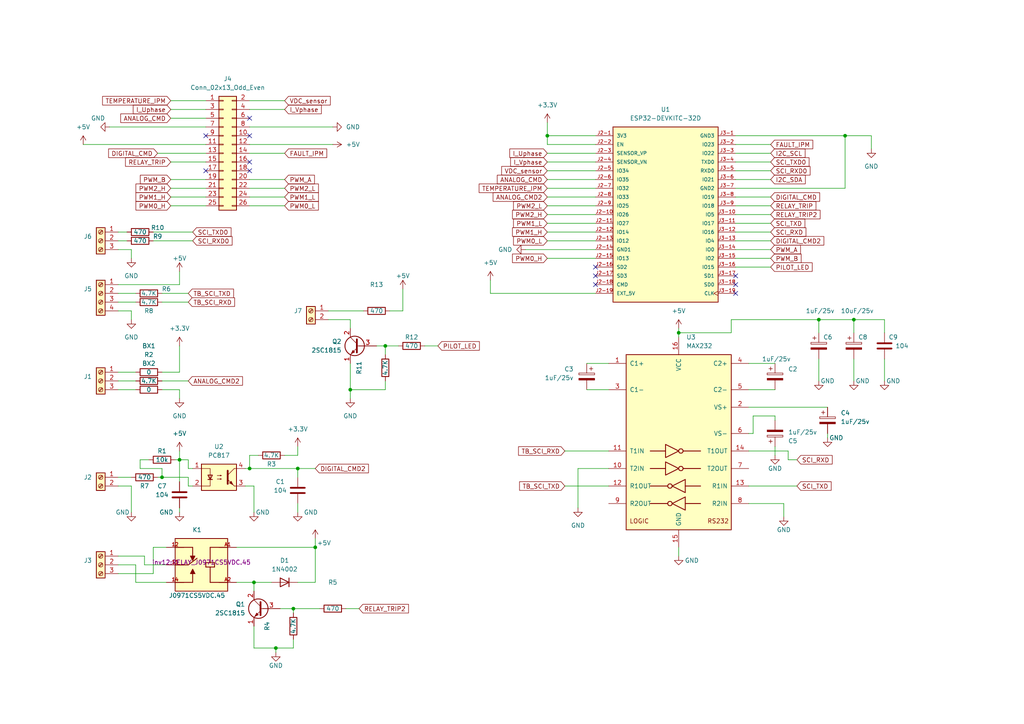
<source format=kicad_sch>
(kicad_sch (version 20230121) (generator eeschema)
  (paper "A4")
  (lib_symbols
    (symbol "Connector:Screw_Terminal_01x02" (pin_names (offset 1.016) hide)
      (property "Reference" "J" (at 0 2.54 0))
      (property "Value" "Screw_Terminal_01x02" (at 0 -5.08 0))
      (symbol "Screw_Terminal_01x02_1_1"
        (pin passive line (at -5.08 0 0) (length 3.81) (name "Pin_1") (number "1"))
        (pin passive line (at -5.08 -2.54 0) (length 3.81) (name "Pin_2") (number "2"))
      )
    )
    (symbol "Connector:Screw_Terminal_01x03" (pin_names (offset 1.016) hide)
      (property "Reference" "J" (at 0 5.08 0))
      (property "Value" "Screw_Terminal_01x03" (at 0 -5.08 0))
      (symbol "Screw_Terminal_01x03_1_1"
        (pin passive line (at -5.08 2.54 0) (length 3.81) (name "Pin_1") (number "1"))
        (pin passive line (at -5.08 0 0) (length 3.81) (name "Pin_2") (number "2"))
        (pin passive line (at -5.08 -2.54 0) (length 3.81) (name "Pin_3") (number "3"))
      )
    )
    (symbol "Connector:Screw_Terminal_01x04" (pin_names (offset 1.016) hide)
      (property "Reference" "J" (at 0 5.08 0))
      (property "Value" "Screw_Terminal_01x04" (at 0 -7.62 0))
      (symbol "Screw_Terminal_01x04_1_1"
        (pin passive line (at -5.08 2.54 0) (length 3.81) (name "Pin_1") (number "1"))
        (pin passive line (at -5.08 0 0) (length 3.81) (name "Pin_2") (number "2"))
        (pin passive line (at -5.08 -2.54 0) (length 3.81) (name "Pin_3") (number "3"))
        (pin passive line (at -5.08 -5.08 0) (length 3.81) (name "Pin_4") (number "4"))
      )
    )
    (symbol "Connector_Generic:Conn_02x13_Odd_Even" (pin_names (offset 1.016) hide)
      (property "Reference" "J" (at 1.27 17.78 0))
      (property "Value" "Conn_02x13_Odd_Even" (at 1.27 -17.78 0))
      (symbol "Conn_02x13_Odd_Even_1_1"
        (pin passive line (at -5.08 15.24 0) (length 3.81) (name "Pin_1") (number "1"))
        (pin passive line (at 7.62 5.08 180) (length 3.81) (name "Pin_10") (number "10"))
        (pin passive line (at -5.08 2.54 0) (length 3.81) (name "Pin_11") (number "11"))
        (pin passive line (at 7.62 2.54 180) (length 3.81) (name "Pin_12") (number "12"))
        (pin passive line (at -5.08 0 0) (length 3.81) (name "Pin_13") (number "13"))
        (pin passive line (at 7.62 0 180) (length 3.81) (name "Pin_14") (number "14"))
        (pin passive line (at -5.08 -2.54 0) (length 3.81) (name "Pin_15") (number "15"))
        (pin passive line (at 7.62 -2.54 180) (length 3.81) (name "Pin_16") (number "16"))
        (pin passive line (at -5.08 -5.08 0) (length 3.81) (name "Pin_17") (number "17"))
        (pin passive line (at 7.62 -5.08 180) (length 3.81) (name "Pin_18") (number "18"))
        (pin passive line (at -5.08 -7.62 0) (length 3.81) (name "Pin_19") (number "19"))
        (pin passive line (at 7.62 15.24 180) (length 3.81) (name "Pin_2") (number "2"))
        (pin passive line (at 7.62 -7.62 180) (length 3.81) (name "Pin_20") (number "20"))
        (pin passive line (at -5.08 -10.16 0) (length 3.81) (name "Pin_21") (number "21"))
        (pin passive line (at 7.62 -10.16 180) (length 3.81) (name "Pin_22") (number "22"))
        (pin passive line (at -5.08 -12.7 0) (length 3.81) (name "Pin_23") (number "23"))
        (pin passive line (at 7.62 -12.7 180) (length 3.81) (name "Pin_24") (number "24"))
        (pin passive line (at -5.08 -15.24 0) (length 3.81) (name "Pin_25") (number "25"))
        (pin passive line (at 7.62 -15.24 180) (length 3.81) (name "Pin_26") (number "26"))
        (pin passive line (at -5.08 12.7 0) (length 3.81) (name "Pin_3") (number "3"))
        (pin passive line (at 7.62 12.7 180) (length 3.81) (name "Pin_4") (number "4"))
        (pin passive line (at -5.08 10.16 0) (length 3.81) (name "Pin_5") (number "5"))
        (pin passive line (at 7.62 10.16 180) (length 3.81) (name "Pin_6") (number "6"))
        (pin passive line (at -5.08 7.62 0) (length 3.81) (name "Pin_7") (number "7"))
        (pin passive line (at 7.62 7.62 180) (length 3.81) (name "Pin_8") (number "8"))
        (pin passive line (at -5.08 5.08 0) (length 3.81) (name "Pin_9") (number "9"))
      )
    )
    (symbol "Device:C" (pin_numbers hide) (pin_names (offset 0.254))
      (property "Reference" "C" (at 0.635 2.54 0))
      (property "Value" "C" (at 0.635 -2.54 0))
      (symbol "C_1_1"
        (pin passive line (at 0 3.81 270) (length 2.794) (name "~") (number "1"))
        (pin passive line (at 0 -3.81 90) (length 2.794) (name "~") (number "2"))
      )
    )
    (symbol "Device:C_Polarized" (pin_numbers hide) (pin_names (offset 0.254))
      (property "Reference" "C" (at 0.635 2.54 0))
      (property "Value" "C_Polarized" (at 0.635 -2.54 0))
      (symbol "C_Polarized_1_1"
        (pin passive line (at 0 3.81 270) (length 2.794) (name "~") (number "1"))
        (pin passive line (at 0 -3.81 90) (length 2.794) (name "~") (number "2"))
      )
    )
    (symbol "Device:R" (pin_numbers hide) (pin_names (offset 0))
      (property "Reference" "R" (at 2.032 0 90))
      (property "Value" "R" (at 0 0 90))
      (symbol "R_1_1"
        (pin passive line (at 0 3.81 270) (length 1.27) (name "~") (number "1"))
        (pin passive line (at 0 -3.81 90) (length 1.27) (name "~") (number "2"))
      )
    )
    (symbol "Diode:1N4002" (pin_numbers hide) (pin_names hide)
      (property "Reference" "D" (at 0 2.54 0))
      (property "Value" "1N4002" (at 0 -2.54 0))
      (symbol "1N4002_1_1"
        (pin passive line (at -3.81 0 0) (length 2.54) (name "K") (number "1"))
        (pin passive line (at 3.81 0 180) (length 2.54) (name "A") (number "2"))
      )
    )
    (symbol "Interface_UART:MAX232" (pin_names (offset 1.016))
      (property "Reference" "U" (at -2.54 28.575 0))
      (property "Value" "MAX232" (at -2.54 26.67 0))
      (symbol "MAX232_0_0"
        (text "LOGIC" (at -11.43 -22.86 0) (effects (font (size 1.27 1.27))))
        (text "RS232" (at 11.43 -22.86 0) (effects (font (size 1.27 1.27))))
      )
      (symbol "MAX232_1_1"
        (pin passive line (at -20.32 22.86 0) (length 5.08) (name "C1+") (number "1"))
        (pin input line (at -20.32 -7.62 0) (length 5.08) (name "T2IN") (number "10"))
        (pin input line (at -20.32 -2.54 0) (length 5.08) (name "T1IN") (number "11"))
        (pin output line (at -20.32 -12.7 0) (length 5.08) (name "R1OUT") (number "12"))
        (pin input line (at 20.32 -12.7 180) (length 5.08) (name "R1IN") (number "13"))
        (pin output line (at 20.32 -2.54 180) (length 5.08) (name "T1OUT") (number "14"))
        (pin power_in line (at 0 -30.48 90) (length 5.08) (name "GND") (number "15"))
        (pin power_in line (at 0 30.48 270) (length 5.08) (name "VCC") (number "16"))
        (pin power_out line (at 20.32 10.16 180) (length 5.08) (name "VS+") (number "2"))
        (pin passive line (at -20.32 15.24 0) (length 5.08) (name "C1-") (number "3"))
        (pin passive line (at 20.32 22.86 180) (length 5.08) (name "C2+") (number "4"))
        (pin passive line (at 20.32 15.24 180) (length 5.08) (name "C2-") (number "5"))
        (pin power_out line (at 20.32 2.54 180) (length 5.08) (name "VS-") (number "6"))
        (pin output line (at 20.32 -7.62 180) (length 5.08) (name "T2OUT") (number "7"))
        (pin input line (at 20.32 -17.78 180) (length 5.08) (name "R2IN") (number "8"))
        (pin output line (at -20.32 -17.78 0) (length 5.08) (name "R2OUT") (number "9"))
      )
    )
    (symbol "Isolator:PC817" (pin_names (offset 1.016))
      (property "Reference" "U" (at -5.08 5.08 0))
      (property "Value" "PC817" (at 0 5.08 0))
      (symbol "PC817_1_1"
        (pin passive line (at -7.62 2.54 0) (length 2.54) (name "~") (number "1"))
        (pin passive line (at -7.62 -2.54 0) (length 2.54) (name "~") (number "2"))
        (pin passive line (at 7.62 -2.54 180) (length 2.54) (name "~") (number "3"))
        (pin passive line (at 7.62 2.54 180) (length 2.54) (name "~") (number "4"))
      )
    )
    (symbol "J0971CS5VDC.45:J0971CS5VDC.45" (pin_names (offset 1.016))
      (property "Reference" "K" (at -7.62 8.89 0))
      (property "Value" "J0971CS5VDC.45" (at -7.62 -10.16 0))
      (symbol "J0971CS5VDC.45_0_0"
        (pin passive line (at 10.16 0 180) (length 5.08) (name "~") (number "11"))
        (pin passive line (at 10.16 5.08 180) (length 5.08) (name "~") (number "12"))
        (pin passive line (at 10.16 -5.08 180) (length 5.08) (name "~") (number "14"))
        (pin passive line (at -10.16 5.08 0) (length 5.08) (name "~") (number "A1"))
        (pin passive line (at -10.16 -5.08 0) (length 5.08) (name "~") (number "A2"))
      )
    )
    (symbol "Transistor_BJT:2SC1815" (pin_names (offset 0) hide)
      (property "Reference" "Q" (at 5.08 1.905 0))
      (property "Value" "2SC1815" (at 5.08 0 0))
      (symbol "2SC1815_1_1"
        (pin passive line (at 2.54 -5.08 90) (length 2.54) (name "E") (number "1"))
        (pin passive line (at 2.54 5.08 270) (length 2.54) (name "C") (number "2"))
        (pin input line (at -5.08 0 0) (length 5.08) (name "B") (number "3"))
      )
    )
    (symbol "bead:bead" (pin_numbers hide) (pin_names (offset 0))
      (property "Reference" "R42" (at 2.54 1.27 0))
      (property "Value" "0" (at 2.54 -1.27 0))
      (symbol "bead_1_1"
        (pin passive line (at 0 3.81 270) (length 1.27) (name "~") (number "1"))
        (pin passive line (at 0 -3.81 90) (length 1.27) (name "~") (number "2"))
      )
    )
    (symbol "esp32_worm:ESP32-DEVKITC-32D" (pin_names (offset 1.016))
      (property "Reference" "U" (at -15.2572 26.0643 0))
      (property "Value" "ESP32-DEVKITC-32D" (at -15.2563 -27.9698 0))
      (symbol "ESP32-DEVKITC-32D_0_0"
        (pin power_in line (at -20.32 22.86 0) (length 5.08) (name "3V3") (number "J2-1"))
        (pin bidirectional line (at -20.32 0 0) (length 5.08) (name "IO26") (number "J2-10"))
        (pin bidirectional line (at -20.32 -2.54 0) (length 5.08) (name "IO27") (number "J2-11"))
        (pin bidirectional line (at -20.32 -5.08 0) (length 5.08) (name "IO14") (number "J2-12"))
        (pin bidirectional line (at -20.32 -7.62 0) (length 5.08) (name "IO12") (number "J2-13"))
        (pin power_in line (at -20.32 -10.16 0) (length 5.08) (name "GND1") (number "J2-14"))
        (pin bidirectional line (at -20.32 -12.7 0) (length 5.08) (name "IO13") (number "J2-15"))
        (pin bidirectional line (at -20.32 -15.24 0) (length 5.08) (name "SD2") (number "J2-16"))
        (pin bidirectional line (at -20.32 -17.78 0) (length 5.08) (name "SD3") (number "J2-17"))
        (pin bidirectional line (at -20.32 -20.32 0) (length 5.08) (name "CMD") (number "J2-18"))
        (pin power_in line (at -20.32 -22.86 0) (length 5.08) (name "EXT_5V") (number "J2-19"))
        (pin input line (at -20.32 20.32 0) (length 5.08) (name "EN") (number "J2-2"))
        (pin input line (at -20.32 17.78 0) (length 5.08) (name "SENSOR_VP") (number "J2-3"))
        (pin input line (at -20.32 15.24 0) (length 5.08) (name "SENSOR_VN") (number "J2-4"))
        (pin bidirectional line (at -20.32 12.7 0) (length 5.08) (name "IO34") (number "J2-5"))
        (pin bidirectional line (at -20.32 10.16 0) (length 5.08) (name "IO35") (number "J2-6"))
        (pin bidirectional line (at -20.32 7.62 0) (length 5.08) (name "IO32") (number "J2-7"))
        (pin bidirectional line (at -20.32 5.08 0) (length 5.08) (name "IO33") (number "J2-8"))
        (pin bidirectional line (at -20.32 2.54 0) (length 5.08) (name "IO25") (number "J2-9"))
        (pin power_in line (at 20.32 22.86 180) (length 5.08) (name "GND3") (number "J3-1"))
        (pin bidirectional line (at 20.32 0 180) (length 5.08) (name "IO5") (number "J3-10"))
        (pin bidirectional line (at 20.32 -2.54 180) (length 5.08) (name "IO17") (number "J3-11"))
        (pin bidirectional line (at 20.32 -5.08 180) (length 5.08) (name "IO16") (number "J3-12"))
        (pin bidirectional line (at 20.32 -7.62 180) (length 5.08) (name "IO4") (number "J3-13"))
        (pin bidirectional line (at 20.32 -10.16 180) (length 5.08) (name "IO0") (number "J3-14"))
        (pin bidirectional line (at 20.32 -12.7 180) (length 5.08) (name "IO2") (number "J3-15"))
        (pin bidirectional line (at 20.32 -15.24 180) (length 5.08) (name "IO15") (number "J3-16"))
        (pin bidirectional line (at 20.32 -17.78 180) (length 5.08) (name "SD1") (number "J3-17"))
        (pin bidirectional line (at 20.32 -20.32 180) (length 5.08) (name "SD0") (number "J3-18"))
        (pin input clock (at 20.32 -22.86 180) (length 5.08) (name "CLK") (number "J3-19"))
        (pin bidirectional line (at 20.32 20.32 180) (length 5.08) (name "IO23") (number "J3-2"))
        (pin bidirectional line (at 20.32 17.78 180) (length 5.08) (name "IO22") (number "J3-3"))
        (pin output line (at 20.32 15.24 180) (length 5.08) (name "TXD0") (number "J3-4"))
        (pin input line (at 20.32 12.7 180) (length 5.08) (name "RXD0") (number "J3-5"))
        (pin bidirectional line (at 20.32 10.16 180) (length 5.08) (name "IO21") (number "J3-6"))
        (pin power_in line (at 20.32 7.62 180) (length 5.08) (name "GND2") (number "J3-7"))
        (pin bidirectional line (at 20.32 5.08 180) (length 5.08) (name "IO19") (number "J3-8"))
        (pin bidirectional line (at 20.32 2.54 180) (length 5.08) (name "IO18") (number "J3-9"))
      )
    )
    (symbol "power:+3.3V" (power) (pin_names (offset 0))
      (property "Value" "+3.3V" (at 0 3.556 0))
      (symbol "+3.3V_1_1"
        (pin power_in line (at 0 0 90) (length 0) hide (name "+3.3V") (number "1"))
      )
    )
    (symbol "power:+5V" (power) (pin_names (offset 0))
      (property "Value" "+5V" (at 0 3.556 0))
      (symbol "+5V_1_1"
        (pin power_in line (at 0 0 90) (length 0) hide (name "+5V") (number "1"))
      )
    )
    (symbol "power:GND" (power) (pin_names (offset 0))
      (property "Value" "GND" (at 0 -3.81 0))
      (symbol "GND_1_1"
        (pin power_in line (at 0 0 270) (length 0) hide (name "GND") (number "1"))
      )
    )
  )
  (junction (at 91.44 158.75))
  (junction (at 85.09 176.53))
  (junction (at 46.99 138.43))
  (junction (at 196.85 96.52))
  (junction (at 52.07 133.35))
  (junction (at 72.39 135.89))
  (junction (at 73.66 168.91))
  (junction (at 80.01 187.96))
  (junction (at 86.36 135.89))
  (junction (at 237.49 92.71))
  (junction (at 111.76 100.33))
  (junction (at 101.6 113.03))
  (junction (at 158.75 39.37))
  (junction (at 245.11 39.37))
  (junction (at 247.65 92.71))
  (no_connect (at 213.36 82.55))
  (no_connect (at 59.69 39.37))
  (no_connect (at 172.72 82.55))
  (no_connect (at 72.39 49.53))
  (no_connect (at 72.39 34.29))
  (no_connect (at 213.36 85.09))
  (no_connect (at 59.69 49.53))
  (no_connect (at 172.72 77.47))
  (no_connect (at 213.36 80.01))
  (no_connect (at 72.39 39.37))
  (no_connect (at 72.39 46.99))
  (no_connect (at 172.72 80.01))
  (wire (pts (xy 46.99 113.03) (xy 52.07 113.03)))
  (wire (pts (xy 100.33 176.53) (xy 104.14 176.53)))
  (wire (pts (xy 86.36 135.89) (xy 91.44 135.89)))
  (wire (pts (xy 34.29 69.85) (xy 36.83 69.85)))
  (wire (pts (xy 163.83 130.81) (xy 176.53 130.81)))
  (wire (pts (xy 46.99 107.95) (xy 52.07 107.95)))
  (wire (pts (xy 158.75 39.37) (xy 172.72 39.37)))
  (wire (pts (xy 86.36 168.91) (xy 91.44 168.91)))
  (wire (pts (xy 111.76 100.33) (xy 111.76 102.87)))
  (wire (pts (xy 73.66 140.97) (xy 73.66 148.59)))
  (wire (pts (xy 101.6 113.03) (xy 111.76 113.03)))
  (wire (pts (xy 72.39 135.89) (xy 86.36 135.89)))
  (wire (pts (xy 73.66 168.91) (xy 78.74 168.91)))
  (wire (pts (xy 49.53 31.75) (xy 59.69 31.75)))
  (wire (pts (xy 38.1 90.17) (xy 38.1 92.71)))
  (wire (pts (xy 247.65 96.52) (xy 247.65 92.71)))
  (wire (pts (xy 237.49 92.71) (xy 247.65 92.71)))
  (wire (pts (xy 31.75 36.83) (xy 59.69 36.83)))
  (wire (pts (xy 68.58 158.75) (xy 91.44 158.75)))
  (wire (pts (xy 71.12 140.97) (xy 73.66 140.97)))
  (wire (pts (xy 101.6 113.03) (xy 101.6 115.57)))
  (wire (pts (xy 44.45 69.85) (xy 55.88 69.85)))
  (wire (pts (xy 34.29 82.55) (xy 52.07 82.55)))
  (wire (pts (xy 34.29 113.03) (xy 39.37 113.03)))
  (wire (pts (xy 217.17 125.73) (xy 218.44 125.73)))
  (wire (pts (xy 158.75 39.37) (xy 158.75 41.91)))
  (wire (pts (xy 158.75 41.91) (xy 172.72 41.91)))
  (wire (pts (xy 82.55 132.08) (xy 86.36 132.08)))
  (wire (pts (xy 111.76 110.49) (xy 111.76 113.03)))
  (wire (pts (xy 85.09 176.53) (xy 92.71 176.53)))
  (wire (pts (xy 43.18 133.35) (xy 40.64 133.35)))
  (wire (pts (xy 72.39 41.91) (xy 96.52 41.91)))
  (wire (pts (xy 91.44 158.75) (xy 91.44 168.91)))
  (wire (pts (xy 212.09 96.52) (xy 212.09 92.71)))
  (wire (pts (xy 158.75 62.23) (xy 172.72 62.23)))
  (wire (pts (xy 38.1 140.97) (xy 38.1 148.59)))
  (wire (pts (xy 72.39 59.69) (xy 82.55 59.69)))
  (wire (pts (xy 158.75 64.77) (xy 172.72 64.77)))
  (wire (pts (xy 73.66 181.61) (xy 73.66 187.96)))
  (wire (pts (xy 158.75 69.85) (xy 172.72 69.85)))
  (wire (pts (xy 50.8 133.35) (xy 52.07 133.35)))
  (wire (pts (xy 163.83 140.97) (xy 176.53 140.97)))
  (wire (pts (xy 123.19 100.33) (xy 127 100.33)))
  (wire (pts (xy 111.76 100.33) (xy 115.57 100.33)))
  (wire (pts (xy 55.88 140.97) (xy 54.61 140.97)))
  (wire (pts (xy 81.28 176.53) (xy 85.09 176.53)))
  (wire (pts (xy 196.85 158.75) (xy 196.85 161.29)))
  (wire (pts (xy 227.33 146.05) (xy 227.33 149.86)))
  (wire (pts (xy 39.37 168.91) (xy 39.37 163.83)))
  (wire (pts (xy 218.44 125.73) (xy 218.44 120.65)))
  (wire (pts (xy 113.03 90.17) (xy 116.84 90.17)))
  (wire (pts (xy 46.99 138.43) (xy 54.61 138.43)))
  (wire (pts (xy 86.36 135.89) (xy 86.36 138.43)))
  (wire (pts (xy 252.73 39.37) (xy 252.73 43.18)))
  (wire (pts (xy 40.64 135.89) (xy 46.99 135.89)))
  (wire (pts (xy 217.17 146.05) (xy 227.33 146.05)))
  (wire (pts (xy 46.99 135.89) (xy 46.99 138.43)))
  (wire (pts (xy 45.72 138.43) (xy 46.99 138.43)))
  (wire (pts (xy 34.29 107.95) (xy 39.37 107.95)))
  (wire (pts (xy 52.07 133.35) (xy 54.61 133.35)))
  (wire (pts (xy 73.66 187.96) (xy 80.01 187.96)))
  (wire (pts (xy 158.75 44.45) (xy 172.72 44.45)))
  (wire (pts (xy 34.29 161.29) (xy 41.91 161.29)))
  (wire (pts (xy 213.36 39.37) (xy 245.11 39.37)))
  (wire (pts (xy 228.6 130.81) (xy 217.17 130.81)))
  (wire (pts (xy 34.29 140.97) (xy 38.1 140.97)))
  (wire (pts (xy 44.45 166.37) (xy 44.45 158.75)))
  (wire (pts (xy 158.75 67.31) (xy 172.72 67.31)))
  (wire (pts (xy 34.29 166.37) (xy 44.45 166.37)))
  (wire (pts (xy 86.36 129.54) (xy 86.36 132.08)))
  (wire (pts (xy 80.01 187.96) (xy 80.01 189.23)))
  (wire (pts (xy 213.36 54.61) (xy 245.11 54.61)))
  (wire (pts (xy 237.49 92.71) (xy 237.49 96.52)))
  (wire (pts (xy 91.44 156.21) (xy 91.44 158.75)))
  (wire (pts (xy 34.29 72.39) (xy 38.1 72.39)))
  (wire (pts (xy 213.36 62.23) (xy 223.52 62.23)))
  (wire (pts (xy 101.6 92.71) (xy 101.6 95.25)))
  (wire (pts (xy 44.45 158.75) (xy 48.26 158.75)))
  (wire (pts (xy 34.29 85.09) (xy 39.37 85.09)))
  (wire (pts (xy 217.17 105.41) (xy 224.79 105.41)))
  (wire (pts (xy 170.18 113.03) (xy 176.53 113.03)))
  (wire (pts (xy 34.29 163.83) (xy 39.37 163.83)))
  (wire (pts (xy 158.75 46.99) (xy 172.72 46.99)))
  (wire (pts (xy 142.24 81.28) (xy 142.24 85.09)))
  (wire (pts (xy 44.45 67.31) (xy 55.88 67.31)))
  (wire (pts (xy 46.99 110.49) (xy 54.61 110.49)))
  (wire (pts (xy 245.11 39.37) (xy 252.73 39.37)))
  (wire (pts (xy 213.36 44.45) (xy 223.52 44.45)))
  (wire (pts (xy 196.85 96.52) (xy 212.09 96.52)))
  (wire (pts (xy 245.11 54.61) (xy 245.11 39.37)))
  (wire (pts (xy 34.29 110.49) (xy 39.37 110.49)))
  (wire (pts (xy 49.53 29.21) (xy 59.69 29.21)))
  (wire (pts (xy 49.53 59.69) (xy 59.69 59.69)))
  (wire (pts (xy 72.39 29.21) (xy 82.55 29.21)))
  (wire (pts (xy 59.69 46.99) (xy 49.53 46.99)))
  (wire (pts (xy 52.07 78.74) (xy 52.07 82.55)))
  (wire (pts (xy 213.36 72.39) (xy 223.52 72.39)))
  (wire (pts (xy 213.36 69.85) (xy 223.52 69.85)))
  (wire (pts (xy 158.75 54.61) (xy 172.72 54.61)))
  (wire (pts (xy 40.64 133.35) (xy 40.64 135.89)))
  (wire (pts (xy 95.25 90.17) (xy 105.41 90.17)))
  (wire (pts (xy 256.54 92.71) (xy 256.54 96.52)))
  (wire (pts (xy 34.29 87.63) (xy 39.37 87.63)))
  (wire (pts (xy 52.07 147.32) (xy 52.07 148.59)))
  (wire (pts (xy 71.12 135.89) (xy 72.39 135.89)))
  (wire (pts (xy 24.13 41.91) (xy 59.69 41.91)))
  (wire (pts (xy 237.49 110.49) (xy 237.49 104.14)))
  (wire (pts (xy 95.25 92.71) (xy 101.6 92.71)))
  (wire (pts (xy 101.6 105.41) (xy 101.6 113.03)))
  (wire (pts (xy 52.07 113.03) (xy 52.07 115.57)))
  (wire (pts (xy 49.53 54.61) (xy 59.69 54.61)))
  (wire (pts (xy 170.18 105.41) (xy 176.53 105.41)))
  (wire (pts (xy 224.79 120.65) (xy 224.79 121.92)))
  (wire (pts (xy 49.53 52.07) (xy 59.69 52.07)))
  (wire (pts (xy 217.17 118.11) (xy 240.03 118.11)))
  (wire (pts (xy 213.36 59.69) (xy 223.52 59.69)))
  (wire (pts (xy 217.17 140.97) (xy 231.14 140.97)))
  (wire (pts (xy 52.07 133.35) (xy 52.07 139.7)))
  (wire (pts (xy 217.17 113.03) (xy 224.79 113.03)))
  (wire (pts (xy 247.65 104.14) (xy 247.65 110.49)))
  (wire (pts (xy 213.36 64.77) (xy 223.52 64.77)))
  (wire (pts (xy 49.53 57.15) (xy 59.69 57.15)))
  (wire (pts (xy 72.39 132.08) (xy 74.93 132.08)))
  (wire (pts (xy 34.29 138.43) (xy 38.1 138.43)))
  (wire (pts (xy 228.6 133.35) (xy 231.14 133.35)))
  (wire (pts (xy 213.36 41.91) (xy 223.52 41.91)))
  (wire (pts (xy 48.26 163.83) (xy 41.91 163.83)))
  (wire (pts (xy 152.4 72.39) (xy 172.72 72.39)))
  (wire (pts (xy 82.55 54.61) (xy 72.39 54.61)))
  (wire (pts (xy 72.39 52.07) (xy 82.55 52.07)))
  (wire (pts (xy 240.03 125.73) (xy 240.03 127)))
  (wire (pts (xy 48.26 168.91) (xy 39.37 168.91)))
  (wire (pts (xy 158.75 59.69) (xy 172.72 59.69)))
  (wire (pts (xy 72.39 135.89) (xy 72.39 132.08)))
  (wire (pts (xy 213.36 49.53) (xy 223.52 49.53)))
  (wire (pts (xy 213.36 77.47) (xy 223.52 77.47)))
  (wire (pts (xy 224.79 129.54) (xy 224.79 132.08)))
  (wire (pts (xy 116.84 83.82) (xy 116.84 90.17)))
  (wire (pts (xy 38.1 72.39) (xy 38.1 74.93)))
  (wire (pts (xy 52.07 130.81) (xy 52.07 133.35)))
  (wire (pts (xy 54.61 133.35) (xy 54.61 135.89)))
  (wire (pts (xy 86.36 146.05) (xy 86.36 148.59)))
  (wire (pts (xy 176.53 135.89) (xy 167.64 135.89)))
  (wire (pts (xy 167.64 135.89) (xy 167.64 147.32)))
  (wire (pts (xy 49.53 34.29) (xy 59.69 34.29)))
  (wire (pts (xy 41.91 163.83) (xy 41.91 161.29)))
  (wire (pts (xy 54.61 138.43) (xy 54.61 140.97)))
  (wire (pts (xy 213.36 46.99) (xy 223.52 46.99)))
  (wire (pts (xy 213.36 74.93) (xy 223.52 74.93)))
  (wire (pts (xy 213.36 52.07) (xy 223.52 52.07)))
  (wire (pts (xy 68.58 168.91) (xy 73.66 168.91)))
  (wire (pts (xy 213.36 67.31) (xy 223.52 67.31)))
  (wire (pts (xy 247.65 92.71) (xy 256.54 92.71)))
  (wire (pts (xy 158.75 52.07) (xy 172.72 52.07)))
  (wire (pts (xy 80.01 187.96) (xy 85.09 187.96)))
  (wire (pts (xy 172.72 85.09) (xy 142.24 85.09)))
  (wire (pts (xy 34.29 67.31) (xy 36.83 67.31)))
  (wire (pts (xy 34.29 90.17) (xy 38.1 90.17)))
  (wire (pts (xy 158.75 57.15) (xy 172.72 57.15)))
  (wire (pts (xy 72.39 31.75) (xy 82.55 31.75)))
  (wire (pts (xy 218.44 120.65) (xy 224.79 120.65)))
  (wire (pts (xy 52.07 100.33) (xy 52.07 107.95)))
  (wire (pts (xy 72.39 36.83) (xy 96.52 36.83)))
  (wire (pts (xy 73.66 168.91) (xy 73.66 171.45)))
  (wire (pts (xy 55.88 135.89) (xy 54.61 135.89)))
  (wire (pts (xy 196.85 96.52) (xy 196.85 97.79)))
  (wire (pts (xy 109.22 100.33) (xy 111.76 100.33)))
  (wire (pts (xy 213.36 57.15) (xy 223.52 57.15)))
  (wire (pts (xy 85.09 185.42) (xy 85.09 187.96)))
  (wire (pts (xy 72.39 44.45) (xy 82.55 44.45)))
  (wire (pts (xy 82.55 57.15) (xy 72.39 57.15)))
  (wire (pts (xy 228.6 133.35) (xy 228.6 130.81)))
  (wire (pts (xy 46.99 87.63) (xy 54.61 87.63)))
  (wire (pts (xy 59.69 44.45) (xy 45.72 44.45)))
  (wire (pts (xy 158.75 49.53) (xy 172.72 49.53)))
  (wire (pts (xy 196.85 95.25) (xy 196.85 96.52)))
  (wire (pts (xy 158.75 35.56) (xy 158.75 39.37)))
  (wire (pts (xy 158.75 74.93) (xy 172.72 74.93)))
  (wire (pts (xy 256.54 104.14) (xy 256.54 110.49)))
  (wire (pts (xy 46.99 85.09) (xy 54.61 85.09)))
  (wire (pts (xy 212.09 92.71) (xy 237.49 92.71)))
  (wire (pts (xy 85.09 176.53) (xy 85.09 177.8)))
  (global_label "SCI_TXD" (shape input) (at 231.14 140.97 0) (property "Intersheetrefs" "${INTERSHEET_REFS}" (effects hide)))
  (global_label "PWM_A" (shape input) (at 82.55 52.07 0) (property "Intersheetrefs" "${INTERSHEET_REFS}" (effects hide)))
  (global_label "SCI_TXD0" (shape input) (at 223.52 46.99 0) (property "Intersheetrefs" "${INTERSHEET_REFS}" (effects hide)))
  (global_label "PWM0_L" (shape input) (at 158.75 69.85 180) (property "Intersheetrefs" "${INTERSHEET_REFS}" (effects hide)))
  (global_label "I_Vphase" (shape input) (at 158.75 46.99 180) (property "Intersheetrefs" "${INTERSHEET_REFS}" (effects hide)))
  (global_label "PWM0_H" (shape input) (at 158.75 74.93 180) (property "Intersheetrefs" "${INTERSHEET_REFS}" (effects hide)))
  (global_label "VDC_sensor" (shape input) (at 158.75 49.53 180) (property "Intersheetrefs" "${INTERSHEET_REFS}" (effects hide)))
  (global_label "TEMPERATURE_IPM" (shape input) (at 158.75 54.61 180) (property "Intersheetrefs" "${INTERSHEET_REFS}" (effects hide)))
  (global_label "SCI_TXD0" (shape input) (at 55.88 67.31 0) (property "Intersheetrefs" "${INTERSHEET_REFS}" (effects hide)))
  (global_label "SCI_RXD" (shape input) (at 231.14 133.35 0) (property "Intersheetrefs" "${INTERSHEET_REFS}" (effects hide)))
  (global_label "DIGITAL_CMD" (shape input) (at 223.52 57.15 0) (property "Intersheetrefs" "${INTERSHEET_REFS}" (effects hide)))
  (global_label "PWM_B" (shape input) (at 223.52 74.93 0) (property "Intersheetrefs" "${INTERSHEET_REFS}" (effects hide)))
  (global_label "FAULT_IPM" (shape input) (at 223.52 41.91 0) (property "Intersheetrefs" "${INTERSHEET_REFS}" (effects hide)))
  (global_label "SCI_TXD" (shape input) (at 223.52 64.77 0) (property "Intersheetrefs" "${INTERSHEET_REFS}" (effects hide)))
  (global_label "SCI_RXD0" (shape input) (at 223.52 49.53 0) (property "Intersheetrefs" "${INTERSHEET_REFS}" (effects hide)))
  (global_label "PWM2_L" (shape input) (at 158.75 59.69 180) (property "Intersheetrefs" "${INTERSHEET_REFS}" (effects hide)))
  (global_label "TEMPERATURE_IPM" (shape input) (at 49.53 29.21 180) (property "Intersheetrefs" "${INTERSHEET_REFS}" (effects hide)))
  (global_label "PWM2_H" (shape input) (at 158.75 62.23 180) (property "Intersheetrefs" "${INTERSHEET_REFS}" (effects hide)))
  (global_label "ANALOG_CMD2" (shape input) (at 158.75 57.15 180) (property "Intersheetrefs" "${INTERSHEET_REFS}" (effects hide)))
  (global_label "I_Uphase" (shape input) (at 49.53 31.75 180) (property "Intersheetrefs" "${INTERSHEET_REFS}" (effects hide)))
  (global_label "I_Vphase" (shape input) (at 82.55 31.75 0) (property "Intersheetrefs" "${INTERSHEET_REFS}" (effects hide)))
  (global_label "VDC_sensor" (shape input) (at 82.55 29.21 0) (property "Intersheetrefs" "${INTERSHEET_REFS}" (effects hide)))
  (global_label "SCI_RXD0" (shape input) (at 55.88 69.85 0) (property "Intersheetrefs" "${INTERSHEET_REFS}" (effects hide)))
  (global_label "FAULT_IPM" (shape input) (at 82.55 44.45 0) (property "Intersheetrefs" "${INTERSHEET_REFS}" (effects hide)))
  (global_label "TB_SCI_TXD" (shape input) (at 54.61 85.09 0) (property "Intersheetrefs" "${INTERSHEET_REFS}" (effects hide)))
  (global_label "RELAY_TRIP2" (shape input) (at 223.52 62.23 0) (property "Intersheetrefs" "${INTERSHEET_REFS}" (effects hide)))
  (global_label "PWM0_H" (shape input) (at 49.53 59.69 180) (property "Intersheetrefs" "${INTERSHEET_REFS}" (effects hide)))
  (global_label "PWM2_L" (shape input) (at 82.55 54.61 0) (property "Intersheetrefs" "${INTERSHEET_REFS}" (effects hide)))
  (global_label "RELAY_TRIP2" (shape input) (at 104.14 176.53 0) (property "Intersheetrefs" "${INTERSHEET_REFS}" (effects hide)))
  (global_label "PWM1_L" (shape input) (at 82.55 57.15 0) (property "Intersheetrefs" "${INTERSHEET_REFS}" (effects hide)))
  (global_label "ANALOG_CMD" (shape input) (at 49.53 34.29 180) (property "Intersheetrefs" "${INTERSHEET_REFS}" (effects hide)))
  (global_label "I2C_SCL" (shape input) (at 223.52 44.45 0) (property "Intersheetrefs" "${INTERSHEET_REFS}" (effects hide)))
  (global_label "PWM1_H" (shape input) (at 158.75 67.31 180) (property "Intersheetrefs" "${INTERSHEET_REFS}" (effects hide)))
  (global_label "SCI_RXD" (shape input) (at 223.52 67.31 0) (property "Intersheetrefs" "${INTERSHEET_REFS}" (effects hide)))
  (global_label "PWM2_H" (shape input) (at 49.53 54.61 180) (property "Intersheetrefs" "${INTERSHEET_REFS}" (effects hide)))
  (global_label "PWM1_H" (shape input) (at 49.53 57.15 180) (property "Intersheetrefs" "${INTERSHEET_REFS}" (effects hide)))
  (global_label "RELAY_TRIP" (shape input) (at 49.53 46.99 180) (property "Intersheetrefs" "${INTERSHEET_REFS}" (effects hide)))
  (global_label "I_Uphase" (shape input) (at 158.75 44.45 180) (property "Intersheetrefs" "${INTERSHEET_REFS}" (effects hide)))
  (global_label "ANALOG_CMD2" (shape input) (at 54.61 110.49 0) (property "Intersheetrefs" "${INTERSHEET_REFS}" (effects hide)))
  (global_label "PWM0_L" (shape input) (at 82.55 59.69 0) (property "Intersheetrefs" "${INTERSHEET_REFS}" (effects hide)))
  (global_label "PILOT_LED" (shape input) (at 223.52 77.47 0) (property "Intersheetrefs" "${INTERSHEET_REFS}" (effects hide)))
  (global_label "PILOT_LED" (shape input) (at 127 100.33 0) (property "Intersheetrefs" "${INTERSHEET_REFS}" (effects hide)))
  (global_label "DIGITAL_CMD2" (shape input) (at 223.52 69.85 0) (property "Intersheetrefs" "${INTERSHEET_REFS}" (effects hide)))
  (global_label "I2C_SDA" (shape input) (at 223.52 52.07 0) (property "Intersheetrefs" "${INTERSHEET_REFS}" (effects hide)))
  (global_label "PWM_B" (shape input) (at 49.53 52.07 180) (property "Intersheetrefs" "${INTERSHEET_REFS}" (effects hide)))
  (global_label "DIGITAL_CMD2" (shape input) (at 91.44 135.89 0) (property "Intersheetrefs" "${INTERSHEET_REFS}" (effects hide)))
  (global_label "ANALOG_CMD" (shape input) (at 158.75 52.07 180) (property "Intersheetrefs" "${INTERSHEET_REFS}" (effects hide)))
  (global_label "TB_SCI_TXD" (shape input) (at 163.83 140.97 180) (property "Intersheetrefs" "${INTERSHEET_REFS}" (effects hide)))
  (global_label "TB_SCI_RXD" (shape input) (at 54.61 87.63 0) (property "Intersheetrefs" "${INTERSHEET_REFS}" (effects hide)))
  (global_label "DIGITAL_CMD" (shape input) (at 45.72 44.45 180) (property "Intersheetrefs" "${INTERSHEET_REFS}" (effects hide)))
  (global_label "PWM1_L" (shape input) (at 158.75 64.77 180) (property "Intersheetrefs" "${INTERSHEET_REFS}" (effects hide)))
  (global_label "RELAY_TRIP" (shape input) (at 223.52 59.69 0) (property "Intersheetrefs" "${INTERSHEET_REFS}" (effects hide)))
  (global_label "PWM_A" (shape input) (at 223.52 72.39 0) (property "Intersheetrefs" "${INTERSHEET_REFS}" (effects hide)))
  (global_label "TB_SCI_RXD" (shape input) (at 163.83 130.81 180) (property "Intersheetrefs" "${INTERSHEET_REFS}" (effects hide)))
  (symbol (lib_id "Connector:Screw_Terminal_01x03") (at 29.21 163.83 0) (mirror y) (unit 1)
    (property "Reference" "J3" (at 26.67 162.56 0) (effects (justify left)))
    (property "Value" "Screw_Terminal_01x03" (effects hide))
    (property "Footprint" "TerminalBlock_Phoenix:TerminalBlock_Phoenix_MKDS-1,5-3_1x03_P5.00mm_Horizontal" (effects hide))
  )
  (symbol (lib_id "Transistor_BJT:2SC1815") (at 104.14 100.33 0) (mirror y) (unit 1)
    (property "Reference" "Q2" (at 99.06 99.06 0) (effects (justify left)))
    (property "Value" "2SC1815" (at 99.06 101.6 0) (effects (justify left)))
    (property "Footprint" "Package_TO_SOT_THT:TO-92_Inline" (effects hide))
    (property "Datasheet" "https://media.digikey.com/pdf/Data%20Sheets/Toshiba%20PDFs/2SC1815.pdf" (effects hide))
  )
  (symbol (lib_id "Interface_UART:MAX232") (at 196.85 128.27 0) (unit 1)
    (property "Reference" "U3" (at 199.0441 97.79 0) (effects (justify left)))
    (property "Value" "MAX232" (at 199.0441 100.33 0) (effects (justify left)))
    (property "Footprint" "Package_DIP:DIP-16_W7.62mm_Socket" (effects hide))
    (property "Datasheet" "http://www.ti.com/lit/ds/symlink/max232.pdf" (effects hide))
  )
  (symbol (lib_id "Device:R") (at 40.64 67.31 270) (unit 1)
    (property "Reference" "R10" (at 45.72 66.04 90))
    (property "Value" "470" (at 40.64 67.31 90))
    (property "Footprint" "Resistor_THT:R_Axial_DIN0207_L6.3mm_D2.5mm_P10.16mm_Horizontal" (effects hide))
  )
  (symbol (lib_id "power:GND") (at 247.65 110.49 0) (unit 1)
    (property "Reference" "#PWR031" (effects hide))
    (property "Value" "GND" (at 250.19 110.49 0))
  )
  (symbol (lib_id "Connector:Screw_Terminal_01x02") (at 29.21 138.43 0) (mirror y) (unit 1)
    (property "Reference" "J2" (at 26.67 138.43 0) (effects (justify left)))
    (property "Value" "Screw_Terminal_01x02" (effects hide))
    (property "Footprint" "TerminalBlock_Phoenix:TerminalBlock_Phoenix_MKDS-1,5-2-5.08_1x02_P5.08mm_Horizontal" (effects hide))
  )
  (symbol (lib_id "power:GND") (at 196.85 161.29 0) (unit 1)
    (property "Reference" "#PWR020" (effects hide))
    (property "Value" "GND" (at 200.66 162.56 0))
  )
  (symbol (lib_id "Connector:Screw_Terminal_01x03") (at 29.21 69.85 0) (mirror y) (unit 1)
    (property "Reference" "J6" (at 26.67 68.58 0) (effects (justify left)))
    (property "Value" "Screw_Terminal_01x03" (effects hide))
    (property "Footprint" "TerminalBlock_Phoenix:TerminalBlock_Phoenix_MKDS-1,5-3-5.08_1x03_P5.08mm_Horizontal" (effects hide))
  )
  (symbol (lib_id "power:GND") (at 38.1 148.59 0) (unit 1)
    (property "Reference" "#PWR06" (effects hide))
    (property "Value" "GND" (at 35.56 148.59 0))
  )
  (symbol (lib_id "Device:C_Polarized") (at 224.79 125.73 0) (mirror x) (unit 1)
    (property "Reference" "C5" (at 228.6 127.889 0) (effects (justify left)))
    (property "Value" "1uF/25v" (at 228.6 125.349 0) (effects (justify left)))
    (property "Footprint" "Capacitor_THT:CP_Radial_D5.0mm_P2.50mm" (effects hide))
  )
  (symbol (lib_id "power:GND") (at 86.36 148.59 0) (unit 1)
    (property "Reference" "#PWR012" (effects hide))
    (property "Value" "GND" (at 90.17 148.59 0))
  )
  (symbol (lib_id "Device:C") (at 52.07 143.51 180) (unit 1)
    (property "Reference" "C7" (at 46.99 140.97 0))
    (property "Value" "104" (at 46.99 143.51 0))
    (property "Footprint" "Capacitor_THT:C_Axial_L3.8mm_D2.6mm_P7.50mm_Horizontal" (effects hide))
  )
  (symbol (lib_id "Device:C") (at 256.54 100.33 0) (mirror x) (unit 1)
    (property "Reference" "C9" (at 259.08 97.79 0))
    (property "Value" "104" (at 261.62 100.33 0))
    (property "Footprint" "Capacitor_THT:C_Axial_L3.8mm_D2.6mm_P7.50mm_Horizontal" (effects hide))
  )
  (symbol (lib_id "power:+5V") (at 196.85 95.25 0) (unit 1)
    (property "Reference" "#PWR021" (effects hide))
    (property "Value" "+5V" (at 196.85 90.17 0))
  )
  (symbol (lib_id "Diode:1N4002") (at 82.55 168.91 0) (mirror y) (unit 1)
    (property "Reference" "D1" (at 82.55 162.56 0))
    (property "Value" "1N4002" (at 82.55 165.1 0))
    (property "Footprint" "Diode_THT:D_DO-41_SOD81_P10.16mm_Horizontal" (effects hide))
    (property "Datasheet" "http://www.vishay.com/docs/88503/1n4001.pdf" (effects hide))
    (property "Sim.Device" "D" (effects hide))
    (property "Sim.Pins" "1=K 2=A" (effects hide))
  )
  (symbol (lib_id "Device:R") (at 78.74 132.08 90) (unit 1)
    (property "Reference" "R3" (at 78.74 134.62 90))
    (property "Value" "4.7K" (at 78.74 132.08 90))
    (property "Footprint" "Resistor_THT:R_Axial_DIN0207_L6.3mm_D2.5mm_P10.16mm_Horizontal" (effects hide))
  )
  (symbol (lib_id "power:GND") (at 73.66 148.59 0) (unit 1)
    (property "Reference" "#PWR09" (effects hide))
    (property "Value" "GND" (at 76.2 148.59 0))
  )
  (symbol (lib_id "Connector:Screw_Terminal_01x03") (at 29.21 110.49 0) (mirror y) (unit 1)
    (property "Reference" "J1" (at 26.67 109.22 0) (effects (justify left)))
    (property "Value" "Screw_Terminal_01x03" (effects hide))
    (property "Footprint" "TerminalBlock_Phoenix:TerminalBlock_Phoenix_MKDS-1,5-3-5.08_1x03_P5.08mm_Horizontal" (effects hide))
  )
  (symbol (lib_id "power:GND") (at 167.64 147.32 0) (unit 1)
    (property "Reference" "#PWR019" (effects hide))
    (property "Value" "GND" (at 167.64 152.4 0))
  )
  (symbol (lib_id "Device:R") (at 43.18 87.63 270) (unit 1)
    (property "Reference" "R8" (at 43.18 90.17 90))
    (property "Value" "4.7K" (at 43.18 87.63 90))
    (property "Footprint" "Resistor_THT:R_Axial_DIN0207_L6.3mm_D2.5mm_P10.16mm_Horizontal" (effects hide))
  )
  (symbol (lib_id "power:GND") (at 31.75 36.83 270) (unit 1)
    (property "Reference" "#PWR015" (effects hide))
    (property "Value" "GND" (at 30.48 34.29 90) (effects (justify right)))
  )
  (symbol (lib_id "power:GND") (at 237.49 110.49 0) (unit 1)
    (property "Reference" "#PWR024" (effects hide))
    (property "Value" "GND" (at 240.03 110.49 0))
  )
  (symbol (lib_id "esp32_worm:ESP32-DEVKITC-32D") (at 193.04 62.23 0) (unit 1)
    (property "Reference" "U1" (at 193.04 31.75 0))
    (property "Value" "ESP32-DEVKITC-32D" (at 193.04 34.29 0))
    (property "Footprint" "inv12:MODULE_ESP32-DEVKITC-32D" (effects hide))
    (property "Datasheet" "https://www.espressif.com/sites/default/files/documentation/esp32_technical_reference_manual_en.pdf" (effects hide))
    (property "PARTREV" "V4" (effects hide))
    (property "STANDARD" "Manufacturer Recommendations" (effects hide))
    (property "SNAPEDA_PN" "ESP32-DEVKITC-32D" (effects hide))
    (property "MAXIMUM_PACKAGE_HEIGHT" "N/A" (effects hide))
    (property "MANUFACTURER" "Espressif Systems" (effects hide))
  )
  (symbol (lib_id "power:+3.3V") (at 158.75 35.56 0) (unit 1)
    (property "Reference" "#PWR03" (effects hide))
    (property "Value" "+3.3V" (at 158.75 30.48 0))
  )
  (symbol (lib_id "power:GND") (at 96.52 36.83 90) (unit 1)
    (property "Reference" "#PWR016" (effects hide))
    (property "Value" "GND" (at 100.33 36.83 90) (effects (justify right)))
  )
  (symbol (lib_id "Connector_Generic:Conn_02x13_Odd_Even") (at 64.77 44.45 0) (unit 1)
    (property "Reference" "J4" (at 66.04 22.86 0))
    (property "Value" "Conn_02x13_Odd_Even" (at 66.04 25.4 0))
    (property "Footprint" "Connector_Hirose:Hirose_DF11-26DP-2DSA_2x13_P2.00mm_Vertical" (effects hide))
  )
  (symbol (lib_id "power:+5V") (at 52.07 130.81 0) (unit 1)
    (property "Reference" "#PWR05" (effects hide))
    (property "Value" "+5V" (at 52.07 125.73 0))
  )
  (symbol (lib_id "power:GND") (at 256.54 110.49 0) (unit 1)
    (property "Reference" "#PWR032" (effects hide))
    (property "Value" "GND" (at 259.08 110.49 0))
  )
  (symbol (lib_id "Device:C_Polarized") (at 237.49 100.33 0) (unit 1)
    (property "Reference" "C6" (at 238.76 97.79 0) (effects (justify left)))
    (property "Value" "1uF/25v" (at 233.68 90.17 0) (effects (justify left)))
    (property "Footprint" "Capacitor_THT:CP_Radial_D5.0mm_P2.50mm" (effects hide))
  )
  (symbol (lib_id "Device:R") (at 43.18 110.49 270) (unit 1)
    (property "Reference" "R2" (at 43.18 102.87 90))
    (property "Value" "4.7K" (at 43.18 110.49 90))
    (property "Footprint" "Resistor_THT:R_Axial_DIN0207_L6.3mm_D2.5mm_P10.16mm_Horizontal" (effects hide))
  )
  (symbol (lib_id "bead:bead") (at 43.18 113.03 90) (unit 1)
    (property "Reference" "BX2" (at 43.18 105.41 90))
    (property "Value" "0" (at 43.18 113.03 90))
    (property "Footprint" "Resistor_THT:R_Axial_DIN0207_L6.3mm_D2.5mm_P10.16mm_Horizontal" (effects hide))
  )
  (symbol (lib_id "Device:C_Polarized") (at 247.65 100.33 0) (unit 1)
    (property "Reference" "C8" (at 248.92 97.79 0) (effects (justify left)))
    (property "Value" "10uF/25v" (at 243.84 90.17 0) (effects (justify left)))
    (property "Footprint" "Capacitor_THT:CP_Radial_D5.0mm_P2.50mm" (effects hide))
  )
  (symbol (lib_id "J0971CS5VDC.45:J0971CS5VDC.45") (at 58.42 163.83 0) (mirror y) (unit 1)
    (property "Reference" "K1" (at 57.15 153.67 0))
    (property "Value" "J0971CS5VDC.45" (at 57.15 172.72 0))
    (property "Footprint" "inv12:RELAY_J0971CS5VDC.45" (at 58.42 163.83 0) (effects (justify bottom)))
    (property "MF" "CIT Relay and Switch" (effects hide))
    (property "MAXIMUM_PACKAGE_HEIGHT" "15.3mm" (effects hide))
    (property "Package" "None" (effects hide))
    (property "Price" "None" (effects hide))
    (property "Check_prices" "https://www.snapeda.com/parts/J0971CS5VDC.45/CIT+Relay+%2526+Switch/view-part/?ref=eda" (effects hide))
    (property "STANDARD" "Manufacturer recommendations" (effects hide))
    (property "PARTREV" "--" (effects hide))
    (property "SnapEDA_Link" "https://www.snapeda.com/parts/J0971CS5VDC.45/CIT+Relay+%2526+Switch/view-part/?ref=snap" (effects hide))
    (property "MP" "J0971CS5VDC.45" (effects hide))
    (property "Purchase-URL" "https://www.snapeda.com/api/url_track_click_mouser/?unipart_id=5164607&manufacturer=CIT Relay and Switch&part_name=J0971CS5VDC.45&search_term=relay" (effects hide))
    (property "Description" "\nGeneral Purpose Relay SPDT (1 Form C) 5VDC Coil Through Hole\n" (effects hide))
    (property "Availability" "In Stock" (effects hide))
    (property "MANUFACTURER" "CIT Relay & Switch" (effects hide))
  )
  (symbol (lib_id "power:+5V") (at 142.24 81.28 0) (unit 1)
    (property "Reference" "#PWR01" (effects hide))
    (property "Value" "+5V" (at 142.24 76.2 0))
  )
  (symbol (lib_id "power:+5V") (at 52.07 78.74 0) (unit 1)
    (property "Reference" "#PWR025" (effects hide))
    (property "Value" "+5V" (at 52.07 74.93 0))
  )
  (symbol (lib_id "bead:bead") (at 43.18 107.95 90) (unit 1)
    (property "Reference" "BX1" (at 43.18 100.33 90))
    (property "Value" "0" (at 43.18 107.95 90))
    (property "Footprint" "Resistor_THT:R_Axial_DIN0207_L6.3mm_D2.5mm_P10.16mm_Horizontal" (effects hide))
  )
  (symbol (lib_id "power:GND") (at 224.79 132.08 0) (unit 1)
    (property "Reference" "#PWR022" (effects hide))
    (property "Value" "GND" (at 224.79 135.89 0))
  )
  (symbol (lib_id "Device:C_Polarized") (at 224.79 109.22 0) (unit 1)
    (property "Reference" "C2" (at 228.6 107.061 0) (effects (justify left)))
    (property "Value" "1uF/25v" (at 220.98 104.14 0) (effects (justify left)))
    (property "Footprint" "Capacitor_THT:CP_Radial_D5.0mm_P2.50mm" (effects hide))
  )
  (symbol (lib_id "power:+5V") (at 91.44 156.21 0) (unit 1)
    (property "Reference" "#PWR013" (effects hide))
    (property "Value" "+5V" (at 93.98 157.48 0))
  )
  (symbol (lib_id "Device:R") (at 43.18 85.09 270) (unit 1)
    (property "Reference" "R6" (at 48.26 83.82 90))
    (property "Value" "4.7K" (at 43.18 85.09 90))
    (property "Footprint" "Resistor_THT:R_Axial_DIN0207_L6.3mm_D2.5mm_P10.16mm_Horizontal" (effects hide))
  )
  (symbol (lib_id "power:GND") (at 252.73 43.18 0) (unit 1)
    (property "Reference" "#PWR04" (effects hide))
    (property "Value" "GND" (at 252.73 48.26 0))
  )
  (symbol (lib_id "power:+3.3V") (at 86.36 129.54 0) (unit 1)
    (property "Reference" "#PWR011" (effects hide))
    (property "Value" "+3.3V" (at 86.36 124.46 0))
  )
  (symbol (lib_id "Device:R") (at 85.09 181.61 0) (unit 1)
    (property "Reference" "R4" (at 77.47 181.61 90))
    (property "Value" "4.7K" (at 85.09 181.61 90))
    (property "Footprint" "Resistor_THT:R_Axial_DIN0207_L6.3mm_D2.5mm_P10.16mm_Horizontal" (effects hide))
  )
  (symbol (lib_id "power:+5V") (at 116.84 83.82 0) (unit 1)
    (property "Reference" "#PWR029" (effects hide))
    (property "Value" "+5V" (at 116.84 80.01 0))
  )
  (symbol (lib_id "power:GND") (at 240.03 127 0) (unit 1)
    (property "Reference" "#PWR023" (effects hide))
    (property "Value" "GND" (at 242.57 127 0))
  )
  (symbol (lib_id "Device:R") (at 119.38 100.33 270) (unit 1)
    (property "Reference" "R12" (at 119.38 97.79 90))
    (property "Value" "470" (at 119.38 100.33 90))
    (property "Footprint" "Resistor_THT:R_Axial_DIN0207_L6.3mm_D2.5mm_P10.16mm_Horizontal" (effects hide))
  )
  (symbol (lib_id "power:+5V") (at 96.52 41.91 270) (mirror x) (unit 1)
    (property "Reference" "#PWR017" (effects hide))
    (property "Value" "+5V" (at 100.33 41.91 90) (effects (justify left)))
  )
  (symbol (lib_id "Device:R") (at 96.52 176.53 270) (unit 1)
    (property "Reference" "R5" (at 96.52 168.91 90))
    (property "Value" "470" (at 96.52 176.53 90))
    (property "Footprint" "Resistor_THT:R_Axial_DIN0207_L6.3mm_D2.5mm_P10.16mm_Horizontal" (effects hide))
  )
  (symbol (lib_id "power:GND") (at 152.4 72.39 270) (unit 1)
    (property "Reference" "#PWR02" (effects hide))
    (property "Value" "GND" (at 148.59 72.39 90) (effects (justify right)))
  )
  (symbol (lib_id "Connector:Screw_Terminal_01x02") (at 90.17 90.17 0) (mirror y) (unit 1)
    (property "Reference" "J7" (at 87.63 90.17 0) (effects (justify left)))
    (property "Value" "Screw_Terminal_01x02" (effects hide))
    (property "Footprint" "TerminalBlock_Phoenix:TerminalBlock_Phoenix_MKDS-1,5-2-5.08_1x02_P5.08mm_Horizontal" (effects hide))
  )
  (symbol (lib_id "Device:C_Polarized") (at 170.18 109.22 0) (mirror y) (unit 1)
    (property "Reference" "C3" (at 166.37 107.061 0) (effects (justify left)))
    (property "Value" "1uF/25v" (at 166.37 109.601 0) (effects (justify left)))
    (property "Footprint" "Capacitor_THT:CP_Radial_D5.0mm_P2.50mm" (effects hide))
  )
  (symbol (lib_id "power:+3.3V") (at 52.07 100.33 0) (unit 1)
    (property "Reference" "#PWR07" (effects hide))
    (property "Value" "+3.3V" (at 52.07 95.25 0))
  )
  (symbol (lib_id "power:GND") (at 101.6 115.57 0) (unit 1)
    (property "Reference" "#PWR030" (effects hide))
    (property "Value" "GND" (at 101.6 120.65 0))
  )
  (symbol (lib_id "Device:R") (at 46.99 133.35 90) (unit 1)
    (property "Reference" "R1" (at 46.99 130.81 90))
    (property "Value" "10k" (at 46.99 133.35 90))
    (property "Footprint" "Resistor_THT:R_Axial_DIN0207_L6.3mm_D2.5mm_P10.16mm_Horizontal" (effects hide))
  )
  (symbol (lib_id "power:GND") (at 227.33 149.86 0) (unit 1)
    (property "Reference" "#PWR018" (effects hide))
    (property "Value" "GND" (at 227.33 153.67 0))
  )
  (symbol (lib_id "Device:C") (at 86.36 142.24 180) (unit 1)
    (property "Reference" "C1" (at 81.28 139.7 0))
    (property "Value" "104" (at 81.28 142.24 0))
    (property "Footprint" "Capacitor_THT:C_Axial_L3.8mm_D2.6mm_P7.50mm_Horizontal" (effects hide))
  )
  (symbol (lib_id "Connector:Screw_Terminal_01x04") (at 29.21 85.09 0) (mirror y) (unit 1)
    (property "Reference" "J5" (at 26.67 83.82 0) (effects (justify left)))
    (property "Value" "Screw_Terminal_01x03" (effects hide))
    (property "Footprint" "TerminalBlock_Phoenix:TerminalBlock_Phoenix_MKDS-1,5-3-5.08_1x03_P5.08mm_Horizontal" (effects hide))
  )
  (symbol (lib_id "power:GND") (at 52.07 148.59 0) (unit 1)
    (property "Reference" "#PWR028" (effects hide))
    (property "Value" "GND" (at 48.26 148.59 0))
  )
  (symbol (lib_id "power:GND") (at 38.1 74.93 0) (unit 1)
    (property "Reference" "#PWR027" (effects hide))
    (property "Value" "GND" (at 38.1 80.01 0))
  )
  (symbol (lib_id "power:GND") (at 38.1 92.71 0) (unit 1)
    (property "Reference" "#PWR026" (effects hide))
    (property "Value" "GND" (at 38.1 97.79 0))
  )
  (symbol (lib_id "power:+5V") (at 24.13 41.91 0) (unit 1)
    (property "Reference" "#PWR014" (effects hide))
    (property "Value" "+5V" (at 24.13 36.83 0))
  )
  (symbol (lib_id "Device:R") (at 109.22 90.17 270) (unit 1)
    (property "Reference" "R13" (at 109.22 82.55 90))
    (property "Value" "470" (at 109.22 90.17 90))
    (property "Footprint" "Resistor_THT:R_Axial_DIN0207_L6.3mm_D2.5mm_P10.16mm_Horizontal" (effects hide))
  )
  (symbol (lib_id "Device:R") (at 41.91 138.43 270) (unit 1)
    (property "Reference" "R7" (at 41.91 140.97 90))
    (property "Value" "470" (at 41.91 138.43 90))
    (property "Footprint" "Resistor_THT:R_Axial_DIN0207_L6.3mm_D2.5mm_P10.16mm_Horizontal" (effects hide))
  )
  (symbol (lib_id "power:GND") (at 80.01 189.23 0) (unit 1)
    (property "Reference" "#PWR010" (effects hide))
    (property "Value" "GND" (at 80.01 193.04 0))
  )
  (symbol (lib_id "power:GND") (at 52.07 115.57 0) (unit 1)
    (property "Reference" "#PWR08" (effects hide))
    (property "Value" "GND" (at 52.07 120.65 0))
  )
  (symbol (lib_id "Device:C_Polarized") (at 240.03 121.92 0) (unit 1)
    (property "Reference" "C4" (at 243.84 119.761 0) (effects (justify left)))
    (property "Value" "1uF/25v" (at 243.84 122.301 0) (effects (justify left)))
    (property "Footprint" "Capacitor_THT:CP_Radial_D5.0mm_P2.50mm" (effects hide))
  )
  (symbol (lib_id "Isolator:PC817") (at 63.5 138.43 0) (unit 1)
    (property "Reference" "U2" (at 63.5 129.54 0))
    (property "Value" "PC817" (at 63.5 132.08 0))
    (property "Footprint" "Package_DIP:DIP-4_W7.62mm" (effects hide))
    (property "Datasheet" "http://www.soselectronic.cz/a_info/resource/d/pc817.pdf" (effects hide))
  )
  (symbol (lib_id "Device:R") (at 40.64 69.85 270) (unit 1)
    (property "Reference" "R9" (at 45.72 68.58 90))
    (property "Value" "470" (at 40.64 69.85 90))
    (property "Footprint" "Resistor_THT:R_Axial_DIN0207_L6.3mm_D2.5mm_P10.16mm_Horizontal" (effects hide))
  )
  (symbol (lib_id "Device:R") (at 111.76 106.68 0) (unit 1)
    (property "Reference" "R11" (at 104.14 106.68 90))
    (property "Value" "4.7K" (at 111.76 106.68 90))
    (property "Footprint" "Resistor_THT:R_Axial_DIN0207_L6.3mm_D2.5mm_P10.16mm_Horizontal" (effects hide))
  )
  (symbol (lib_id "Transistor_BJT:2SC1815") (at 76.2 176.53 0) (mirror y) (unit 1)
    (property "Reference" "Q1" (at 71.12 175.26 0) (effects (justify left)))
    (property "Value" "2SC1815" (at 71.12 177.8 0) (effects (justify left)))
    (property "Footprint" "Package_TO_SOT_THT:TO-92_Inline" (effects hide))
    (property "Datasheet" "https://media.digikey.com/pdf/Data%20Sheets/Toshiba%20PDFs/2SC1815.pdf" (effects hide))
  )
)
</source>
